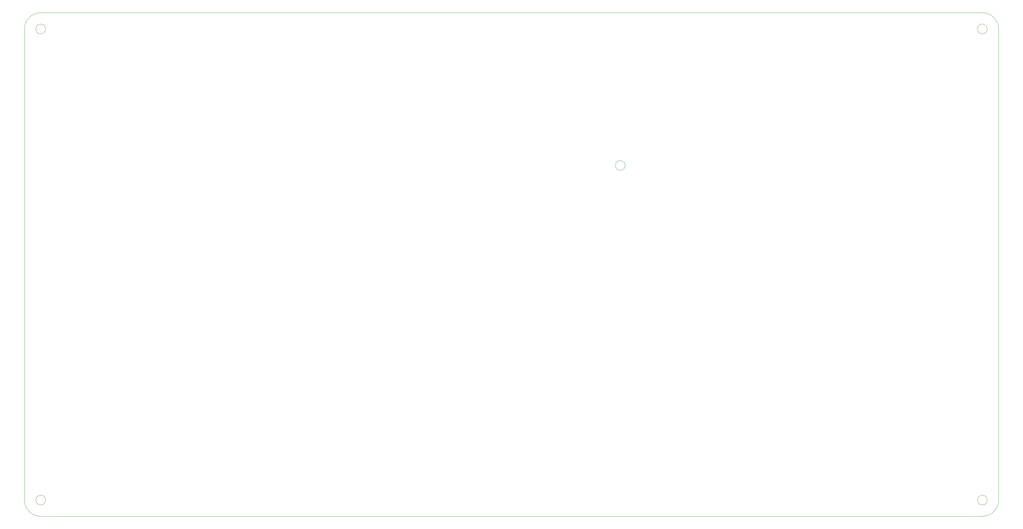
<source format=gbr>
%TF.GenerationSoftware,KiCad,Pcbnew,5.99.0-unknown-1f9723c~101~ubuntu18.04.1*%
%TF.CreationDate,2020-06-08T02:15:51+03:00*%
%TF.ProjectId,WaveUltrasonics,57617665-556c-4747-9261-736f6e696373,rev?*%
%TF.SameCoordinates,Original*%
%TF.FileFunction,Profile,NP*%
%FSLAX46Y46*%
G04 Gerber Fmt 4.6, Leading zero omitted, Abs format (unit mm)*
G04 Created by KiCad (PCBNEW 5.99.0-unknown-1f9723c~101~ubuntu18.04.1) date 2020-06-08 02:15:51*
%MOMM*%
%LPD*%
G01*
G04 APERTURE LIST*
%TA.AperFunction,Profile*%
%ADD10C,0.050000*%
%TD*%
G04 APERTURE END LIST*
D10*
X246500000Y-105000000D02*
G75*
G03*
X246500000Y-105000000I-1500000J0D01*
G01*
X61500000Y-63000000D02*
G75*
G02*
X66500000Y-58000000I5000000J0D01*
G01*
X68000000Y-63000000D02*
G75*
G03*
X68000000Y-63000000I-1500000J0D01*
G01*
X68000000Y-208000000D02*
G75*
G03*
X68000000Y-208000000I-1500000J0D01*
G01*
X66500000Y-213000000D02*
G75*
G02*
X61500000Y-208000000I0J5000000D01*
G01*
X358000000Y-63000000D02*
G75*
G03*
X358000000Y-63000000I-1500000J0D01*
G01*
X358000000Y-208000000D02*
G75*
G03*
X358000000Y-208000000I-1500000J0D01*
G01*
X361500000Y-208000000D02*
G75*
G02*
X356500000Y-213000000I-5000000J0D01*
G01*
X356500000Y-58000000D02*
G75*
G02*
X361500000Y-63000000I0J-5000000D01*
G01*
X61500000Y-208000000D02*
X61500000Y-63000000D01*
X356500000Y-213000000D02*
X66500000Y-213000000D01*
X361500000Y-63000000D02*
X361500000Y-208000000D01*
X66500000Y-58000000D02*
X356500000Y-58000000D01*
M02*

</source>
